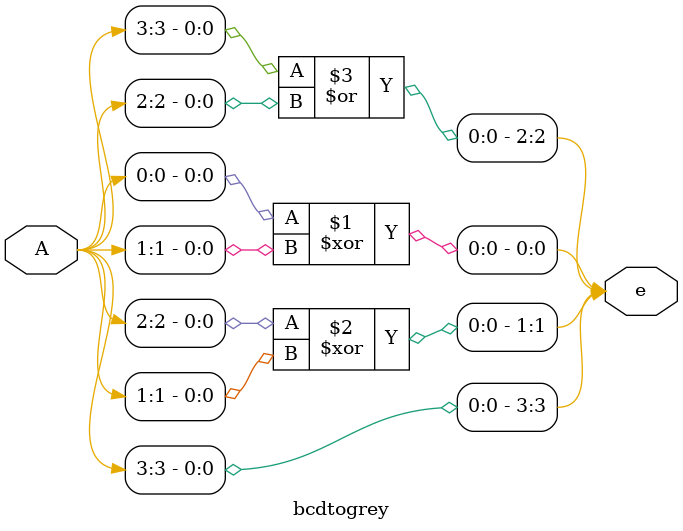
<source format=v>
module bcdtogrey(A,e);
input [3:0]A;
output [3:0]e;


	xor g1(e[0],A[0],A[1]);
	xor g2(e[1],A[2],A[1]);
	or  g3(e[2],A[3],A[2]);
	buf b1 (e[3],A[3]);

endmodule
</source>
